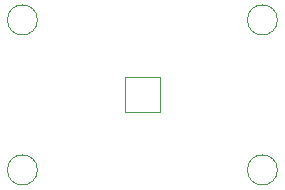
<source format=gbr>
%TF.GenerationSoftware,KiCad,Pcbnew,9.0.2*%
%TF.CreationDate,2025-05-19T10:14:34-04:00*%
%TF.ProjectId,lps28dfwBreakoutBoard,6c707332-3864-4667-9742-7265616b6f75,rev?*%
%TF.SameCoordinates,Original*%
%TF.FileFunction,AssemblyDrawing,Top*%
%FSLAX46Y46*%
G04 Gerber Fmt 4.6, Leading zero omitted, Abs format (unit mm)*
G04 Created by KiCad (PCBNEW 9.0.2) date 2025-05-19 10:14:34*
%MOMM*%
%LPD*%
G01*
G04 APERTURE LIST*
%ADD10C,0.100000*%
%ADD11C,0.025400*%
G04 APERTURE END LIST*
D10*
%TO.C,REF\u002A\u002A*%
X130810000Y-114300000D02*
G75*
G02*
X128270000Y-114300000I-1270000J0D01*
G01*
X128270000Y-114300000D02*
G75*
G02*
X130810000Y-114300000I1270000J0D01*
G01*
X151130000Y-101600000D02*
G75*
G02*
X148590000Y-101600000I-1270000J0D01*
G01*
X148590000Y-101600000D02*
G75*
G02*
X151130000Y-101600000I1270000J0D01*
G01*
D11*
%TO.C,U1*%
X138226800Y-106476800D02*
X138226800Y-109423200D01*
X138226800Y-109423200D02*
X141173200Y-109423200D01*
X141173200Y-106476800D02*
X138226800Y-106476800D01*
X141173200Y-109423200D02*
X141173200Y-106476800D01*
D10*
%TO.C,REF\u002A\u002A*%
X130810000Y-101600000D02*
G75*
G02*
X128270000Y-101600000I-1270000J0D01*
G01*
X128270000Y-101600000D02*
G75*
G02*
X130810000Y-101600000I1270000J0D01*
G01*
X151130000Y-114300000D02*
G75*
G02*
X148590000Y-114300000I-1270000J0D01*
G01*
X148590000Y-114300000D02*
G75*
G02*
X151130000Y-114300000I1270000J0D01*
G01*
%TD*%
M02*

</source>
